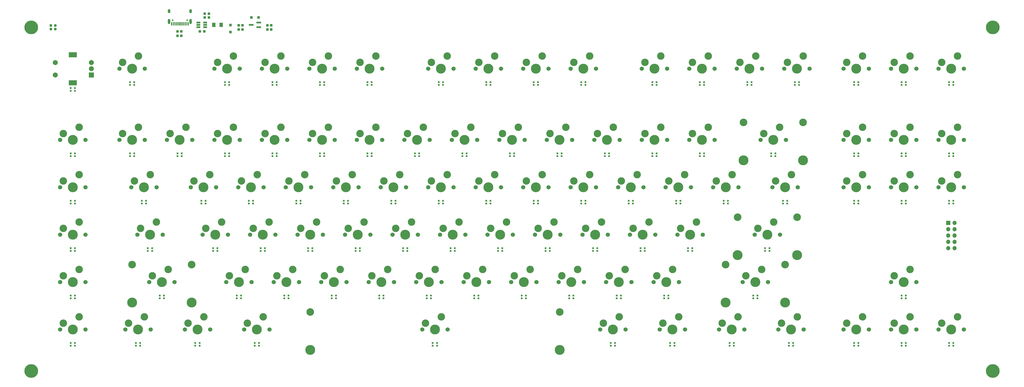
<source format=gbr>
%TF.GenerationSoftware,KiCad,Pcbnew,(6.0.4)*%
%TF.CreationDate,2022-07-07T12:58:29-04:00*%
%TF.ProjectId,Uranium,5572616e-6975-46d2-9e6b-696361645f70,rev?*%
%TF.SameCoordinates,Original*%
%TF.FileFunction,Soldermask,Top*%
%TF.FilePolarity,Negative*%
%FSLAX46Y46*%
G04 Gerber Fmt 4.6, Leading zero omitted, Abs format (unit mm)*
G04 Created by KiCad (PCBNEW (6.0.4)) date 2022-07-07 12:58:29*
%MOMM*%
%LPD*%
G01*
G04 APERTURE LIST*
G04 Aperture macros list*
%AMRoundRect*
0 Rectangle with rounded corners*
0 $1 Rounding radius*
0 $2 $3 $4 $5 $6 $7 $8 $9 X,Y pos of 4 corners*
0 Add a 4 corners polygon primitive as box body*
4,1,4,$2,$3,$4,$5,$6,$7,$8,$9,$2,$3,0*
0 Add four circle primitives for the rounded corners*
1,1,$1+$1,$2,$3*
1,1,$1+$1,$4,$5*
1,1,$1+$1,$6,$7*
1,1,$1+$1,$8,$9*
0 Add four rect primitives between the rounded corners*
20,1,$1+$1,$2,$3,$4,$5,0*
20,1,$1+$1,$4,$5,$6,$7,0*
20,1,$1+$1,$6,$7,$8,$9,0*
20,1,$1+$1,$8,$9,$2,$3,0*%
G04 Aperture macros list end*
%ADD10C,3.000000*%
%ADD11C,1.701800*%
%ADD12C,3.987800*%
%ADD13R,0.800000X0.700000*%
%ADD14C,3.048000*%
%ADD15RoundRect,0.237500X0.237500X-0.287500X0.237500X0.287500X-0.237500X0.287500X-0.237500X-0.287500X0*%
%ADD16RoundRect,0.237500X-0.237500X0.287500X-0.237500X-0.287500X0.237500X-0.287500X0.237500X0.287500X0*%
%ADD17C,3.600000*%
%ADD18C,5.500000*%
%ADD19RoundRect,0.237500X0.287500X0.237500X-0.287500X0.237500X-0.287500X-0.237500X0.287500X-0.237500X0*%
%ADD20R,1.700000X1.700000*%
%ADD21O,1.700000X1.700000*%
%ADD22R,1.100000X1.100000*%
%ADD23R,2.000000X2.000000*%
%ADD24C,2.000000*%
%ADD25R,3.200000X2.000000*%
%ADD26R,1.900000X0.800000*%
%ADD27C,0.650000*%
%ADD28R,0.600000X1.450000*%
%ADD29R,0.300000X1.450000*%
%ADD30O,1.000000X1.600000*%
%ADD31O,1.000000X2.100000*%
%ADD32RoundRect,0.237500X-0.287500X-0.237500X0.287500X-0.237500X0.287500X0.237500X-0.287500X0.237500X0*%
%ADD33R,1.560000X0.650000*%
%ADD34RoundRect,0.250001X0.462499X0.624999X-0.462499X0.624999X-0.462499X-0.624999X0.462499X-0.624999X0*%
G04 APERTURE END LIST*
D10*
%TO.C,K62*%
X469265000Y-209232500D03*
D11*
X471805000Y-214312500D03*
D10*
X462915000Y-211772500D03*
D12*
X466725000Y-214312500D03*
D11*
X461645000Y-214312500D03*
%TD*%
D12*
%TO.C,K83*%
X326231250Y-252412500D03*
D10*
X328771250Y-247332500D03*
X322421250Y-249872500D03*
D11*
X321151250Y-252412500D03*
X331311250Y-252412500D03*
%TD*%
D13*
%TO.C,D155*%
X391375000Y-220815625D03*
X391375000Y-219715625D03*
X389675000Y-220815625D03*
X389675000Y-219715625D03*
%TD*%
D11*
%TO.C,K42*%
X428942500Y-195262500D03*
D10*
X420052500Y-192722500D03*
X426402500Y-190182500D03*
D11*
X418782500Y-195262500D03*
D12*
X423862500Y-195262500D03*
%TD*%
D11*
%TO.C,K81*%
X271145000Y-252412500D03*
D12*
X276225000Y-252412500D03*
D11*
X281305000Y-252412500D03*
D10*
X278765000Y-247332500D03*
X272415000Y-249872500D03*
%TD*%
D13*
%TO.C,D118*%
X358037500Y-182715625D03*
X358037500Y-181615625D03*
X356337500Y-182715625D03*
X356337500Y-181615625D03*
%TD*%
%TO.C,D124*%
X472337500Y-182715625D03*
X472337500Y-181615625D03*
X470637500Y-182715625D03*
X470637500Y-181615625D03*
%TD*%
D12*
%TO.C,K2*%
X338137500Y-147637500D03*
D11*
X333057500Y-147637500D03*
D10*
X340677500Y-142557500D03*
X334327500Y-145097500D03*
D11*
X343217500Y-147637500D03*
%TD*%
D13*
%TO.C,D107*%
X510437500Y-154140625D03*
X510437500Y-153040625D03*
X508737500Y-154140625D03*
X508737500Y-153040625D03*
%TD*%
D11*
%TO.C,K71*%
X386080000Y-233362500D03*
D10*
X383540000Y-228282500D03*
D12*
X381000000Y-233362500D03*
D10*
X377190000Y-230822500D03*
D11*
X375920000Y-233362500D03*
%TD*%
D13*
%TO.C,D134*%
X329462500Y-201765625D03*
X329462500Y-200665625D03*
X327762500Y-201765625D03*
X327762500Y-200665625D03*
%TD*%
D11*
%TO.C,K31*%
X552132500Y-176212500D03*
X562292500Y-176212500D03*
D12*
X545274500Y-184467500D03*
D10*
X553402500Y-173672500D03*
X559752500Y-171132500D03*
D14*
X569150500Y-169227500D03*
X545274500Y-169227500D03*
D12*
X569150500Y-184467500D03*
X557212500Y-176212500D03*
%TD*%
D10*
%TO.C,K3*%
X353377500Y-145097500D03*
D11*
X352107500Y-147637500D03*
D12*
X357187500Y-147637500D03*
D10*
X359727500Y-142557500D03*
D11*
X362267500Y-147637500D03*
%TD*%
D13*
%TO.C,D126*%
X510437500Y-182715625D03*
X510437500Y-181615625D03*
X508737500Y-182715625D03*
X508737500Y-181615625D03*
%TD*%
D11*
%TO.C,K12*%
X542607500Y-147637500D03*
D10*
X543877500Y-145097500D03*
D12*
X547687500Y-147637500D03*
D10*
X550227500Y-142557500D03*
D11*
X552767500Y-147637500D03*
%TD*%
D15*
%TO.C,C8*%
X354303437Y-131875000D03*
X354303437Y-130125000D03*
%TD*%
D13*
%TO.C,D158*%
X448525000Y-220815625D03*
X448525000Y-219715625D03*
X446825000Y-220815625D03*
X446825000Y-219715625D03*
%TD*%
%TO.C,D152*%
X334225000Y-220815625D03*
X334225000Y-219715625D03*
X332525000Y-220815625D03*
X332525000Y-219715625D03*
%TD*%
%TO.C,D167*%
X362800000Y-239865625D03*
X362800000Y-238765625D03*
X361100000Y-239865625D03*
X361100000Y-238765625D03*
%TD*%
D10*
%TO.C,K45*%
X483552500Y-190182500D03*
X477202500Y-192722500D03*
D12*
X481012500Y-195262500D03*
D11*
X475932500Y-195262500D03*
X486092500Y-195262500D03*
%TD*%
D13*
%TO.C,D112*%
X610450000Y-154140625D03*
X610450000Y-153040625D03*
X608750000Y-154140625D03*
X608750000Y-153040625D03*
%TD*%
%TO.C,D184*%
X517581250Y-258915625D03*
X517581250Y-257815625D03*
X515881250Y-258915625D03*
X515881250Y-257815625D03*
%TD*%
D10*
%TO.C,K41*%
X401002500Y-192722500D03*
D11*
X399732500Y-195262500D03*
D12*
X404812500Y-195262500D03*
D10*
X407352500Y-190182500D03*
D11*
X409892500Y-195262500D03*
%TD*%
D13*
%TO.C,D113*%
X629500000Y-154140625D03*
X629500000Y-153040625D03*
X627800000Y-154140625D03*
X627800000Y-153040625D03*
%TD*%
D15*
%TO.C,R10*%
X318250000Y-134375000D03*
X318250000Y-132625000D03*
%TD*%
D12*
%TO.C,K28*%
X490537500Y-176212500D03*
D11*
X485457500Y-176212500D03*
X495617500Y-176212500D03*
D10*
X493077500Y-171132500D03*
X486727500Y-173672500D03*
%TD*%
D12*
%TO.C,K44*%
X461962500Y-195262500D03*
D10*
X464502500Y-190182500D03*
X458152500Y-192722500D03*
D11*
X467042500Y-195262500D03*
X456882500Y-195262500D03*
%TD*%
%TO.C,K4*%
X371157500Y-147637500D03*
D12*
X376237500Y-147637500D03*
D10*
X372427500Y-145097500D03*
D11*
X381317500Y-147637500D03*
D10*
X378777500Y-142557500D03*
%TD*%
D16*
%TO.C,R12*%
X355803437Y-130125000D03*
X355803437Y-131875000D03*
%TD*%
D13*
%TO.C,D122*%
X434237500Y-182715625D03*
X434237500Y-181615625D03*
X432537500Y-182715625D03*
X432537500Y-181615625D03*
%TD*%
D17*
%TO.C,H3*%
X259556250Y-269081250D03*
D18*
X259556250Y-269081250D03*
%TD*%
D11*
%TO.C,K74*%
X433070000Y-233362500D03*
D12*
X438150000Y-233362500D03*
D10*
X440690000Y-228282500D03*
X434340000Y-230822500D03*
D11*
X443230000Y-233362500D03*
%TD*%
D10*
%TO.C,K9*%
X483552500Y-142557500D03*
D11*
X475932500Y-147637500D03*
D12*
X481012500Y-147637500D03*
D11*
X486092500Y-147637500D03*
D10*
X477202500Y-145097500D03*
%TD*%
D13*
%TO.C,D136*%
X367562500Y-201765625D03*
X367562500Y-200665625D03*
X365862500Y-201765625D03*
X365862500Y-200665625D03*
%TD*%
%TO.C,D169*%
X400900000Y-239865625D03*
X400900000Y-238765625D03*
X399200000Y-239865625D03*
X399200000Y-238765625D03*
%TD*%
%TO.C,D130*%
X610450000Y-182715625D03*
X610450000Y-181615625D03*
X608750000Y-182715625D03*
X608750000Y-181615625D03*
%TD*%
D19*
%TO.C,C4*%
X269178125Y-131697500D03*
X267428125Y-131697500D03*
%TD*%
D13*
%TO.C,D174*%
X496150000Y-239865625D03*
X496150000Y-238765625D03*
X494450000Y-239865625D03*
X494450000Y-238765625D03*
%TD*%
%TO.C,D162*%
X524725000Y-220815625D03*
X524725000Y-219715625D03*
X523025000Y-220815625D03*
X523025000Y-219715625D03*
%TD*%
%TO.C,D100*%
X358037500Y-154140625D03*
X358037500Y-153040625D03*
X356337500Y-154140625D03*
X356337500Y-153040625D03*
%TD*%
D17*
%TO.C,H4*%
X645318750Y-269081250D03*
D18*
X645318750Y-269081250D03*
%TD*%
D11*
%TO.C,K90*%
X585470000Y-252412500D03*
D10*
X593090000Y-247332500D03*
D12*
X590550000Y-252412500D03*
D11*
X595630000Y-252412500D03*
D10*
X586740000Y-249872500D03*
%TD*%
D20*
%TO.C,J1*%
X627459375Y-209550000D03*
D21*
X629999375Y-209550000D03*
X627459375Y-212090000D03*
X629999375Y-212090000D03*
X627459375Y-214630000D03*
X629999375Y-214630000D03*
X627459375Y-217170000D03*
X629999375Y-217170000D03*
X627459375Y-219710000D03*
X629999375Y-219710000D03*
%TD*%
D13*
%TO.C,D99*%
X338987500Y-154140625D03*
X338987500Y-153040625D03*
X337287500Y-154140625D03*
X337287500Y-153040625D03*
%TD*%
D11*
%TO.C,K36*%
X299720000Y-195262500D03*
X309880000Y-195262500D03*
D12*
X304800000Y-195262500D03*
D10*
X300990000Y-192722500D03*
X307340000Y-190182500D03*
%TD*%
D13*
%TO.C,D140*%
X443762500Y-201765625D03*
X443762500Y-200665625D03*
X442062500Y-201765625D03*
X442062500Y-200665625D03*
%TD*%
%TO.C,D171*%
X439000000Y-239865625D03*
X439000000Y-238765625D03*
X437300000Y-239865625D03*
X437300000Y-238765625D03*
%TD*%
%TO.C,D138*%
X405662500Y-201765625D03*
X405662500Y-200665625D03*
X403962500Y-201765625D03*
X403962500Y-200665625D03*
%TD*%
D10*
%TO.C,K49*%
X564515000Y-190182500D03*
D11*
X567055000Y-195262500D03*
X556895000Y-195262500D03*
D10*
X558165000Y-192722500D03*
D12*
X561975000Y-195262500D03*
%TD*%
%TO.C,K6*%
X423862500Y-147637500D03*
D10*
X420052500Y-145097500D03*
D11*
X428942500Y-147637500D03*
D10*
X426402500Y-142557500D03*
D11*
X418782500Y-147637500D03*
%TD*%
D22*
%TO.C,D3*%
X339472812Y-132900000D03*
X339472812Y-130100000D03*
%TD*%
D13*
%TO.C,D168*%
X381850000Y-239865625D03*
X381850000Y-238765625D03*
X380150000Y-239865625D03*
X380150000Y-238765625D03*
%TD*%
%TO.C,D183*%
X493768750Y-258915625D03*
X493768750Y-257815625D03*
X492068750Y-258915625D03*
X492068750Y-257815625D03*
%TD*%
D10*
%TO.C,K19*%
X315277500Y-173672500D03*
X321627500Y-171132500D03*
D11*
X324167500Y-176212500D03*
X314007500Y-176212500D03*
D12*
X319087500Y-176212500D03*
%TD*%
%TO.C,K87*%
X516731250Y-252412500D03*
D11*
X521811250Y-252412500D03*
D10*
X512921250Y-249872500D03*
D11*
X511651250Y-252412500D03*
D10*
X519271250Y-247332500D03*
%TD*%
D13*
%TO.C,D157*%
X429475000Y-220815625D03*
X429475000Y-219715625D03*
X427775000Y-220815625D03*
X427775000Y-219715625D03*
%TD*%
D10*
%TO.C,K80*%
X612140000Y-228282500D03*
D11*
X604520000Y-233362500D03*
D10*
X605790000Y-230822500D03*
D12*
X609600000Y-233362500D03*
D11*
X614680000Y-233362500D03*
%TD*%
D10*
%TO.C,K47*%
X515302500Y-192722500D03*
X521652500Y-190182500D03*
D11*
X524192500Y-195262500D03*
X514032500Y-195262500D03*
D12*
X519112500Y-195262500D03*
%TD*%
D10*
%TO.C,K14*%
X593090000Y-142557500D03*
D11*
X595630000Y-147637500D03*
D12*
X590550000Y-147637500D03*
D10*
X586740000Y-145097500D03*
D11*
X585470000Y-147637500D03*
%TD*%
D13*
%TO.C,D170*%
X419950000Y-239865625D03*
X419950000Y-238765625D03*
X418250000Y-239865625D03*
X418250000Y-238765625D03*
%TD*%
D10*
%TO.C,K66*%
X551021250Y-211772500D03*
X557371250Y-209232500D03*
D11*
X559911250Y-214312500D03*
D14*
X542893250Y-207327500D03*
D12*
X566769250Y-222567500D03*
D14*
X566769250Y-207327500D03*
D11*
X549751250Y-214312500D03*
D12*
X542893250Y-222567500D03*
X554831250Y-214312500D03*
%TD*%
D13*
%TO.C,D98*%
X300887500Y-154140625D03*
X300887500Y-153040625D03*
X299187500Y-154140625D03*
X299187500Y-153040625D03*
%TD*%
%TO.C,D137*%
X386612500Y-201765625D03*
X386612500Y-200665625D03*
X384912500Y-201765625D03*
X384912500Y-200665625D03*
%TD*%
%TO.C,D117*%
X338987500Y-182715625D03*
X338987500Y-181615625D03*
X337287500Y-182715625D03*
X337287500Y-181615625D03*
%TD*%
D10*
%TO.C,K91*%
X605790000Y-249872500D03*
D11*
X614680000Y-252412500D03*
D12*
X609600000Y-252412500D03*
D11*
X604520000Y-252412500D03*
D10*
X612140000Y-247332500D03*
%TD*%
D18*
%TO.C,H2*%
X645318750Y-130968750D03*
D17*
X645318750Y-130968750D03*
%TD*%
D13*
%TO.C,D182*%
X422331250Y-258915625D03*
X422331250Y-257815625D03*
X420631250Y-258915625D03*
X420631250Y-257815625D03*
%TD*%
D12*
%TO.C,K56*%
X352425000Y-214312500D03*
D10*
X354965000Y-209232500D03*
D11*
X357505000Y-214312500D03*
X347345000Y-214312500D03*
D10*
X348615000Y-211772500D03*
%TD*%
%TO.C,K78*%
X516890000Y-228282500D03*
X510540000Y-230822500D03*
D11*
X509270000Y-233362500D03*
X519430000Y-233362500D03*
D12*
X514350000Y-233362500D03*
%TD*%
D13*
%TO.C,D166*%
X343750000Y-239865625D03*
X343750000Y-238765625D03*
X342050000Y-239865625D03*
X342050000Y-238765625D03*
%TD*%
%TO.C,D120*%
X396137500Y-182715625D03*
X396137500Y-181615625D03*
X394437500Y-182715625D03*
X394437500Y-181615625D03*
%TD*%
%TO.C,D106*%
X481862500Y-154140625D03*
X481862500Y-153040625D03*
X480162500Y-154140625D03*
X480162500Y-153040625D03*
%TD*%
D10*
%TO.C,K54*%
X309721250Y-209232500D03*
D11*
X312261250Y-214312500D03*
X302101250Y-214312500D03*
D12*
X307181250Y-214312500D03*
D10*
X303371250Y-211772500D03*
%TD*%
D13*
%TO.C,D114*%
X277075000Y-182715625D03*
X277075000Y-181615625D03*
X275375000Y-182715625D03*
X275375000Y-181615625D03*
%TD*%
D11*
%TO.C,K67*%
X281305000Y-233362500D03*
X271145000Y-233362500D03*
D10*
X272415000Y-230822500D03*
D12*
X276225000Y-233362500D03*
D10*
X278765000Y-228282500D03*
%TD*%
D13*
%TO.C,D173*%
X477100000Y-239865625D03*
X477100000Y-238765625D03*
X475400000Y-239865625D03*
X475400000Y-238765625D03*
%TD*%
%TO.C,D145*%
X539012500Y-201765625D03*
X539012500Y-200665625D03*
X537312500Y-201765625D03*
X537312500Y-200665625D03*
%TD*%
D11*
%TO.C,K15*%
X604520000Y-147637500D03*
D10*
X605790000Y-145097500D03*
D11*
X614680000Y-147637500D03*
D10*
X612140000Y-142557500D03*
D12*
X609600000Y-147637500D03*
%TD*%
D13*
%TO.C,D161*%
X505675000Y-220815625D03*
X505675000Y-219715625D03*
X503975000Y-220815625D03*
X503975000Y-219715625D03*
%TD*%
%TO.C,D131*%
X629500000Y-182715625D03*
X629500000Y-181615625D03*
X627800000Y-182715625D03*
X627800000Y-181615625D03*
%TD*%
D17*
%TO.C,H1*%
X259556250Y-130968750D03*
D18*
X259556250Y-130968750D03*
%TD*%
D10*
%TO.C,K38*%
X343852500Y-192722500D03*
X350202500Y-190182500D03*
D11*
X352742500Y-195262500D03*
X342582500Y-195262500D03*
D12*
X347662500Y-195262500D03*
%TD*%
D13*
%TO.C,D165*%
X312793750Y-239865625D03*
X312793750Y-238765625D03*
X311093750Y-239865625D03*
X311093750Y-238765625D03*
%TD*%
%TO.C,D175*%
X515200000Y-239865625D03*
X515200000Y-238765625D03*
X513500000Y-239865625D03*
X513500000Y-238765625D03*
%TD*%
%TO.C,D149*%
X629500000Y-201765625D03*
X629500000Y-200665625D03*
X627800000Y-201765625D03*
X627800000Y-200665625D03*
%TD*%
%TO.C,D148*%
X610450000Y-201765625D03*
X610450000Y-200665625D03*
X608750000Y-201765625D03*
X608750000Y-200665625D03*
%TD*%
%TO.C,D142*%
X481862500Y-201765625D03*
X481862500Y-200665625D03*
X480162500Y-201765625D03*
X480162500Y-200665625D03*
%TD*%
D12*
%TO.C,K69*%
X342900000Y-233362500D03*
D10*
X345440000Y-228282500D03*
D11*
X337820000Y-233362500D03*
X347980000Y-233362500D03*
D10*
X339090000Y-230822500D03*
%TD*%
%TO.C,K51*%
X605790000Y-192722500D03*
X612140000Y-190182500D03*
D11*
X614680000Y-195262500D03*
D12*
X609600000Y-195262500D03*
D11*
X604520000Y-195262500D03*
%TD*%
D13*
%TO.C,D111*%
X591400000Y-154140625D03*
X591400000Y-153040625D03*
X589700000Y-154140625D03*
X589700000Y-153040625D03*
%TD*%
D15*
%TO.C,R9*%
X319750000Y-134375000D03*
X319750000Y-132625000D03*
%TD*%
D13*
%TO.C,D110*%
X567587500Y-154140625D03*
X567587500Y-153040625D03*
X565887500Y-154140625D03*
X565887500Y-153040625D03*
%TD*%
D10*
%TO.C,K29*%
X505777500Y-173672500D03*
D11*
X514667500Y-176212500D03*
X504507500Y-176212500D03*
D10*
X512127500Y-171132500D03*
D12*
X509587500Y-176212500D03*
%TD*%
D13*
%TO.C,D163*%
X555681250Y-220815625D03*
X555681250Y-219715625D03*
X553981250Y-220815625D03*
X553981250Y-219715625D03*
%TD*%
D12*
%TO.C,K23*%
X395287500Y-176212500D03*
D11*
X390207500Y-176212500D03*
D10*
X397827500Y-171132500D03*
D11*
X400367500Y-176212500D03*
D10*
X391477500Y-173672500D03*
%TD*%
D13*
%TO.C,D188*%
X610450000Y-258915625D03*
X610450000Y-257815625D03*
X608750000Y-258915625D03*
X608750000Y-257815625D03*
%TD*%
D10*
%TO.C,K55*%
X335915000Y-209232500D03*
X329565000Y-211772500D03*
D11*
X338455000Y-214312500D03*
X328295000Y-214312500D03*
D12*
X333375000Y-214312500D03*
%TD*%
D10*
%TO.C,K70*%
X364490000Y-228282500D03*
D11*
X367030000Y-233362500D03*
X356870000Y-233362500D03*
D12*
X361950000Y-233362500D03*
D10*
X358140000Y-230822500D03*
%TD*%
D13*
%TO.C,D151*%
X308031250Y-220815625D03*
X308031250Y-219715625D03*
X306331250Y-220815625D03*
X306331250Y-219715625D03*
%TD*%
D10*
%TO.C,K68*%
X314483750Y-228282500D03*
X308133750Y-230822500D03*
D12*
X300005750Y-241617500D03*
X311943750Y-233362500D03*
D11*
X306863750Y-233362500D03*
X317023750Y-233362500D03*
D14*
X300005750Y-226377500D03*
X323881750Y-226377500D03*
D12*
X323881750Y-241617500D03*
%TD*%
%TO.C,K8*%
X461962500Y-147637500D03*
D10*
X464502500Y-142557500D03*
D11*
X467042500Y-147637500D03*
D10*
X458152500Y-145097500D03*
D11*
X456882500Y-147637500D03*
%TD*%
D13*
%TO.C,D144*%
X519962500Y-201765625D03*
X519962500Y-200665625D03*
X518262500Y-201765625D03*
X518262500Y-200665625D03*
%TD*%
%TO.C,D125*%
X491387500Y-182715625D03*
X491387500Y-181615625D03*
X489687500Y-182715625D03*
X489687500Y-181615625D03*
%TD*%
D12*
%TO.C,K58*%
X390525000Y-214312500D03*
D10*
X386715000Y-211772500D03*
D11*
X385445000Y-214312500D03*
X395605000Y-214312500D03*
D10*
X393065000Y-209232500D03*
%TD*%
D23*
%TO.C,SW2*%
X283725000Y-150137500D03*
D24*
X283725000Y-145137500D03*
X283725000Y-147637500D03*
D25*
X276225000Y-142037500D03*
X276225000Y-153237500D03*
D24*
X269225000Y-145137500D03*
X269225000Y-150137500D03*
%TD*%
D13*
%TO.C,D108*%
X529487500Y-154140625D03*
X529487500Y-153040625D03*
X527787500Y-154140625D03*
X527787500Y-153040625D03*
%TD*%
%TO.C,D115*%
X300887500Y-182715625D03*
X300887500Y-181615625D03*
X299187500Y-182715625D03*
X299187500Y-181615625D03*
%TD*%
%TO.C,D189*%
X629500000Y-258915625D03*
X629500000Y-257815625D03*
X627800000Y-258915625D03*
X627800000Y-257815625D03*
%TD*%
D10*
%TO.C,K40*%
X381952500Y-192722500D03*
X388302500Y-190182500D03*
D11*
X380682500Y-195262500D03*
D12*
X385762500Y-195262500D03*
D11*
X390842500Y-195262500D03*
%TD*%
D26*
%TO.C,U4*%
X350803437Y-130950000D03*
X350803437Y-129050000D03*
X347803437Y-130000000D03*
%TD*%
D10*
%TO.C,K20*%
X334327500Y-173672500D03*
D11*
X333057500Y-176212500D03*
D10*
X340677500Y-171132500D03*
D11*
X343217500Y-176212500D03*
D12*
X338137500Y-176212500D03*
%TD*%
D13*
%TO.C,D97*%
X277075000Y-156521875D03*
X277075000Y-155421875D03*
X275375000Y-156521875D03*
X275375000Y-155421875D03*
%TD*%
%TO.C,D172*%
X458050000Y-239865625D03*
X458050000Y-238765625D03*
X456350000Y-239865625D03*
X456350000Y-238765625D03*
%TD*%
D10*
%TO.C,K1*%
X296227500Y-145097500D03*
X302577500Y-142557500D03*
D11*
X305117500Y-147637500D03*
D12*
X300037500Y-147637500D03*
D11*
X294957500Y-147637500D03*
%TD*%
D10*
%TO.C,K59*%
X412115000Y-209232500D03*
D11*
X414655000Y-214312500D03*
D12*
X409575000Y-214312500D03*
D10*
X405765000Y-211772500D03*
D11*
X404495000Y-214312500D03*
%TD*%
D10*
%TO.C,K16*%
X631190000Y-142557500D03*
D11*
X633730000Y-147637500D03*
D12*
X628650000Y-147637500D03*
D11*
X623570000Y-147637500D03*
D10*
X624840000Y-145097500D03*
%TD*%
%TO.C,K21*%
X353377500Y-173672500D03*
D11*
X352107500Y-176212500D03*
D12*
X357187500Y-176212500D03*
D10*
X359727500Y-171132500D03*
D11*
X362267500Y-176212500D03*
%TD*%
D27*
%TO.C,J2*%
X316310000Y-128100000D03*
X322090000Y-128100000D03*
D28*
X322450000Y-129545000D03*
X321650000Y-129545000D03*
D29*
X320450000Y-129545000D03*
X319450000Y-129545000D03*
X318950000Y-129545000D03*
X317950000Y-129545000D03*
D28*
X316750000Y-129545000D03*
X315950000Y-129545000D03*
X315950000Y-129545000D03*
X316750000Y-129545000D03*
D29*
X317450000Y-129545000D03*
X318450000Y-129545000D03*
X319950000Y-129545000D03*
X320950000Y-129545000D03*
D28*
X321650000Y-129545000D03*
X322450000Y-129545000D03*
D30*
X314880000Y-124450000D03*
D31*
X314880000Y-128630000D03*
X323520000Y-128630000D03*
D30*
X323520000Y-124450000D03*
%TD*%
D11*
%TO.C,K25*%
X438467500Y-176212500D03*
D10*
X435927500Y-171132500D03*
D11*
X428307500Y-176212500D03*
D12*
X433387500Y-176212500D03*
D10*
X429577500Y-173672500D03*
%TD*%
D13*
%TO.C,D143*%
X500912500Y-201765625D03*
X500912500Y-200665625D03*
X499212500Y-201765625D03*
X499212500Y-200665625D03*
%TD*%
%TO.C,D186*%
X565206250Y-258915625D03*
X565206250Y-257815625D03*
X563506250Y-258915625D03*
X563506250Y-257815625D03*
%TD*%
D11*
%TO.C,K10*%
X514667500Y-147637500D03*
D12*
X509587500Y-147637500D03*
D10*
X512127500Y-142557500D03*
D11*
X504507500Y-147637500D03*
D10*
X505777500Y-145097500D03*
%TD*%
%TO.C,K61*%
X450215000Y-209232500D03*
D11*
X452755000Y-214312500D03*
X442595000Y-214312500D03*
D10*
X443865000Y-211772500D03*
D12*
X447675000Y-214312500D03*
%TD*%
D11*
%TO.C,K48*%
X543242500Y-195262500D03*
X533082500Y-195262500D03*
D10*
X540702500Y-190182500D03*
D12*
X538162500Y-195262500D03*
D10*
X534352500Y-192722500D03*
%TD*%
D13*
%TO.C,D185*%
X541393750Y-258915625D03*
X541393750Y-257815625D03*
X539693750Y-258915625D03*
X539693750Y-257815625D03*
%TD*%
D10*
%TO.C,K7*%
X439102500Y-145097500D03*
D11*
X437832500Y-147637500D03*
D10*
X445452500Y-142557500D03*
D11*
X447992500Y-147637500D03*
D12*
X442912500Y-147637500D03*
%TD*%
D13*
%TO.C,D159*%
X467575000Y-220815625D03*
X467575000Y-219715625D03*
X465875000Y-220815625D03*
X465875000Y-219715625D03*
%TD*%
%TO.C,D128*%
X558062500Y-182715625D03*
X558062500Y-181615625D03*
X556362500Y-182715625D03*
X556362500Y-181615625D03*
%TD*%
D11*
%TO.C,K50*%
X585470000Y-195262500D03*
D12*
X590550000Y-195262500D03*
D10*
X593090000Y-190182500D03*
X586740000Y-192722500D03*
D11*
X595630000Y-195262500D03*
%TD*%
D15*
%TO.C,C7*%
X342803437Y-131875000D03*
X342803437Y-130125000D03*
%TD*%
D13*
%TO.C,D156*%
X410425000Y-220815625D03*
X410425000Y-219715625D03*
X408725000Y-220815625D03*
X408725000Y-219715625D03*
%TD*%
D10*
%TO.C,K33*%
X612140000Y-171132500D03*
X605790000Y-173672500D03*
D12*
X609600000Y-176212500D03*
D11*
X604520000Y-176212500D03*
X614680000Y-176212500D03*
%TD*%
D12*
%TO.C,K27*%
X471487500Y-176212500D03*
D10*
X474027500Y-171132500D03*
D11*
X476567500Y-176212500D03*
D10*
X467677500Y-173672500D03*
D11*
X466407500Y-176212500D03*
%TD*%
D10*
%TO.C,K77*%
X491490000Y-230822500D03*
X497840000Y-228282500D03*
D12*
X495300000Y-233362500D03*
D11*
X490220000Y-233362500D03*
X500380000Y-233362500D03*
%TD*%
D13*
%TO.C,D133*%
X305650000Y-201765625D03*
X305650000Y-200665625D03*
X303950000Y-201765625D03*
X303950000Y-200665625D03*
%TD*%
%TO.C,D105*%
X462812500Y-154140625D03*
X462812500Y-153040625D03*
X461112500Y-154140625D03*
X461112500Y-153040625D03*
%TD*%
%TO.C,D153*%
X353275000Y-220815625D03*
X353275000Y-219715625D03*
X351575000Y-220815625D03*
X351575000Y-219715625D03*
%TD*%
%TO.C,D109*%
X548537500Y-154140625D03*
X548537500Y-153040625D03*
X546837500Y-154140625D03*
X546837500Y-153040625D03*
%TD*%
D11*
%TO.C,K26*%
X447357500Y-176212500D03*
D10*
X448627500Y-173672500D03*
D12*
X452437500Y-176212500D03*
D11*
X457517500Y-176212500D03*
D10*
X454977500Y-171132500D03*
%TD*%
D13*
%TO.C,D121*%
X415187500Y-182715625D03*
X415187500Y-181615625D03*
X413487500Y-182715625D03*
X413487500Y-181615625D03*
%TD*%
D12*
%TO.C,K84*%
X350043750Y-252412500D03*
D10*
X346233750Y-249872500D03*
D11*
X344963750Y-252412500D03*
D10*
X352583750Y-247332500D03*
D11*
X355123750Y-252412500D03*
%TD*%
D22*
%TO.C,D2*%
X347903437Y-127000000D03*
X350703437Y-127000000D03*
%TD*%
D32*
%TO.C,R13*%
X329125000Y-125500000D03*
X330875000Y-125500000D03*
%TD*%
D13*
%TO.C,D176*%
X550918750Y-239865625D03*
X550918750Y-238765625D03*
X549218750Y-239865625D03*
X549218750Y-238765625D03*
%TD*%
%TO.C,D154*%
X372325000Y-220815625D03*
X372325000Y-219715625D03*
X370625000Y-220815625D03*
X370625000Y-219715625D03*
%TD*%
D10*
%TO.C,K75*%
X453390000Y-230822500D03*
D12*
X457200000Y-233362500D03*
D11*
X462280000Y-233362500D03*
X452120000Y-233362500D03*
D10*
X459740000Y-228282500D03*
%TD*%
%TO.C,K18*%
X296227500Y-173672500D03*
D11*
X294957500Y-176212500D03*
X305117500Y-176212500D03*
D10*
X302577500Y-171132500D03*
D12*
X300037500Y-176212500D03*
%TD*%
%TO.C,K32*%
X590550000Y-176212500D03*
D11*
X595630000Y-176212500D03*
D10*
X586740000Y-173672500D03*
D11*
X585470000Y-176212500D03*
D10*
X593090000Y-171132500D03*
%TD*%
D11*
%TO.C,K52*%
X623570000Y-195262500D03*
X633730000Y-195262500D03*
D10*
X624840000Y-192722500D03*
D12*
X628650000Y-195262500D03*
D10*
X631190000Y-190182500D03*
%TD*%
D13*
%TO.C,D141*%
X462812500Y-201765625D03*
X462812500Y-200665625D03*
X461112500Y-201765625D03*
X461112500Y-200665625D03*
%TD*%
%TO.C,D160*%
X486625000Y-220815625D03*
X486625000Y-219715625D03*
X484925000Y-220815625D03*
X484925000Y-219715625D03*
%TD*%
%TO.C,D123*%
X453287500Y-182715625D03*
X453287500Y-181615625D03*
X451587500Y-182715625D03*
X451587500Y-181615625D03*
%TD*%
D11*
%TO.C,K65*%
X518795000Y-214312500D03*
X528955000Y-214312500D03*
D10*
X526415000Y-209232500D03*
D12*
X523875000Y-214312500D03*
D10*
X520065000Y-211772500D03*
%TD*%
D33*
%TO.C,U3*%
X326650000Y-129050000D03*
X326650000Y-130000000D03*
X326650000Y-130950000D03*
X329350000Y-130950000D03*
X329350000Y-130000000D03*
X329350000Y-129050000D03*
%TD*%
D13*
%TO.C,D103*%
X424712500Y-154140625D03*
X424712500Y-153040625D03*
X423012500Y-154140625D03*
X423012500Y-153040625D03*
%TD*%
D10*
%TO.C,K43*%
X445452500Y-190182500D03*
D11*
X447992500Y-195262500D03*
D12*
X442912500Y-195262500D03*
D11*
X437832500Y-195262500D03*
D10*
X439102500Y-192722500D03*
%TD*%
D13*
%TO.C,D177*%
X610450000Y-239865625D03*
X610450000Y-238765625D03*
X608750000Y-239865625D03*
X608750000Y-238765625D03*
%TD*%
D19*
%TO.C,C3*%
X328975000Y-132600000D03*
X327225000Y-132600000D03*
%TD*%
D11*
%TO.C,K30*%
X523557500Y-176212500D03*
D12*
X528637500Y-176212500D03*
D10*
X531177500Y-171132500D03*
D11*
X533717500Y-176212500D03*
D10*
X524827500Y-173672500D03*
%TD*%
D13*
%TO.C,D132*%
X277075000Y-201765625D03*
X277075000Y-200665625D03*
X275375000Y-201765625D03*
X275375000Y-200665625D03*
%TD*%
%TO.C,D104*%
X443762500Y-154140625D03*
X443762500Y-153040625D03*
X442062500Y-154140625D03*
X442062500Y-153040625D03*
%TD*%
D11*
%TO.C,K73*%
X414020000Y-233362500D03*
D12*
X419100000Y-233362500D03*
D11*
X424180000Y-233362500D03*
D10*
X415290000Y-230822500D03*
X421640000Y-228282500D03*
%TD*%
D34*
%TO.C,F1*%
X335790937Y-130000000D03*
X332815937Y-130000000D03*
%TD*%
D16*
%TO.C,R11*%
X344303437Y-130125000D03*
X344303437Y-131875000D03*
%TD*%
D13*
%TO.C,D102*%
X396137500Y-154140625D03*
X396137500Y-153040625D03*
X394437500Y-154140625D03*
X394437500Y-153040625D03*
%TD*%
D14*
%TO.C,K85*%
X471519250Y-245427500D03*
X371443250Y-245427500D03*
D11*
X416401250Y-252412500D03*
X426561250Y-252412500D03*
D10*
X424021250Y-247332500D03*
D12*
X371443250Y-260667500D03*
D10*
X417671250Y-249872500D03*
D12*
X421481250Y-252412500D03*
X471519250Y-260667500D03*
%TD*%
D13*
%TO.C,D178*%
X277075000Y-258915625D03*
X277075000Y-257815625D03*
X275375000Y-258915625D03*
X275375000Y-257815625D03*
%TD*%
D11*
%TO.C,K63*%
X490855000Y-214312500D03*
D10*
X488315000Y-209232500D03*
X481965000Y-211772500D03*
D11*
X480695000Y-214312500D03*
D12*
X485775000Y-214312500D03*
%TD*%
%TO.C,K11*%
X528637500Y-147637500D03*
D10*
X531177500Y-142557500D03*
X524827500Y-145097500D03*
D11*
X523557500Y-147637500D03*
X533717500Y-147637500D03*
%TD*%
%TO.C,K24*%
X409257500Y-176212500D03*
D12*
X414337500Y-176212500D03*
D10*
X410527500Y-173672500D03*
X416877500Y-171132500D03*
D11*
X419417500Y-176212500D03*
%TD*%
D13*
%TO.C,D179*%
X303268750Y-258915625D03*
X303268750Y-257815625D03*
X301568750Y-258915625D03*
X301568750Y-257815625D03*
%TD*%
D11*
%TO.C,K17*%
X281305000Y-176212500D03*
X271145000Y-176212500D03*
D10*
X272415000Y-173672500D03*
D12*
X276225000Y-176212500D03*
D10*
X278765000Y-171132500D03*
%TD*%
D13*
%TO.C,D139*%
X424712500Y-201765625D03*
X424712500Y-200665625D03*
X423012500Y-201765625D03*
X423012500Y-200665625D03*
%TD*%
D10*
%TO.C,K34*%
X624840000Y-173672500D03*
X631190000Y-171132500D03*
D12*
X628650000Y-176212500D03*
D11*
X623570000Y-176212500D03*
X633730000Y-176212500D03*
%TD*%
D10*
%TO.C,K37*%
X324802500Y-192722500D03*
D11*
X323532500Y-195262500D03*
D12*
X328612500Y-195262500D03*
D10*
X331152500Y-190182500D03*
D11*
X333692500Y-195262500D03*
%TD*%
D13*
%TO.C,D164*%
X277075000Y-239865625D03*
X277075000Y-238765625D03*
X275375000Y-239865625D03*
X275375000Y-238765625D03*
%TD*%
%TO.C,D147*%
X591400000Y-201765625D03*
X591400000Y-200665625D03*
X589700000Y-201765625D03*
X589700000Y-200665625D03*
%TD*%
D19*
%TO.C,C13*%
X330875000Y-127000000D03*
X329125000Y-127000000D03*
%TD*%
D13*
%TO.C,D129*%
X591400000Y-182715625D03*
X591400000Y-181615625D03*
X589700000Y-182715625D03*
X589700000Y-181615625D03*
%TD*%
D12*
%TO.C,K57*%
X371475000Y-214312500D03*
D11*
X366395000Y-214312500D03*
X376555000Y-214312500D03*
D10*
X374015000Y-209232500D03*
X367665000Y-211772500D03*
%TD*%
D11*
%TO.C,K46*%
X505142500Y-195262500D03*
D12*
X500062500Y-195262500D03*
D11*
X494982500Y-195262500D03*
D10*
X496252500Y-192722500D03*
X502602500Y-190182500D03*
%TD*%
D13*
%TO.C,D101*%
X377087500Y-154140625D03*
X377087500Y-153040625D03*
X375387500Y-154140625D03*
X375387500Y-153040625D03*
%TD*%
%TO.C,D119*%
X377087500Y-182715625D03*
X377087500Y-181615625D03*
X375387500Y-182715625D03*
X375387500Y-181615625D03*
%TD*%
%TO.C,D181*%
X350893750Y-258915625D03*
X350893750Y-257815625D03*
X349193750Y-258915625D03*
X349193750Y-257815625D03*
%TD*%
D10*
%TO.C,K39*%
X369252500Y-190182500D03*
X362902500Y-192722500D03*
D12*
X366712500Y-195262500D03*
D11*
X371792500Y-195262500D03*
X361632500Y-195262500D03*
%TD*%
D10*
%TO.C,K64*%
X501015000Y-211772500D03*
D12*
X504825000Y-214312500D03*
D11*
X499745000Y-214312500D03*
X509905000Y-214312500D03*
D10*
X507365000Y-209232500D03*
%TD*%
D12*
%TO.C,K72*%
X400050000Y-233362500D03*
D11*
X394970000Y-233362500D03*
D10*
X402590000Y-228282500D03*
D11*
X405130000Y-233362500D03*
D10*
X396240000Y-230822500D03*
%TD*%
D13*
%TO.C,D150*%
X277075000Y-220815625D03*
X277075000Y-219715625D03*
X275375000Y-220815625D03*
X275375000Y-219715625D03*
%TD*%
D10*
%TO.C,K86*%
X489108750Y-249872500D03*
D11*
X497998750Y-252412500D03*
D10*
X495458750Y-247332500D03*
D12*
X492918750Y-252412500D03*
D11*
X487838750Y-252412500D03*
%TD*%
D10*
%TO.C,K13*%
X562927500Y-145097500D03*
D11*
X571817500Y-147637500D03*
D12*
X566737500Y-147637500D03*
D10*
X569277500Y-142557500D03*
D11*
X561657500Y-147637500D03*
%TD*%
D10*
%TO.C,K53*%
X272415000Y-211772500D03*
X278765000Y-209232500D03*
D11*
X281305000Y-214312500D03*
X271145000Y-214312500D03*
D12*
X276225000Y-214312500D03*
%TD*%
D13*
%TO.C,D116*%
X319937500Y-182715625D03*
X319937500Y-181615625D03*
X318237500Y-182715625D03*
X318237500Y-181615625D03*
%TD*%
D10*
%TO.C,K22*%
X372427500Y-173672500D03*
D12*
X376237500Y-176212500D03*
D11*
X381317500Y-176212500D03*
X371157500Y-176212500D03*
D10*
X378777500Y-171132500D03*
%TD*%
D12*
%TO.C,K79*%
X562006750Y-241617500D03*
X550068750Y-233362500D03*
D11*
X544988750Y-233362500D03*
D14*
X538130750Y-226377500D03*
D12*
X538130750Y-241617500D03*
D11*
X555148750Y-233362500D03*
D10*
X552608750Y-228282500D03*
D14*
X562006750Y-226377500D03*
D10*
X546258750Y-230822500D03*
%TD*%
D11*
%TO.C,K92*%
X633730000Y-252412500D03*
X623570000Y-252412500D03*
D10*
X624840000Y-249872500D03*
D12*
X628650000Y-252412500D03*
D10*
X631190000Y-247332500D03*
%TD*%
D32*
%TO.C,R2*%
X267425000Y-130250000D03*
X269175000Y-130250000D03*
%TD*%
D11*
%TO.C,K35*%
X281305000Y-195262500D03*
D12*
X276225000Y-195262500D03*
D11*
X271145000Y-195262500D03*
D10*
X272415000Y-192722500D03*
X278765000Y-190182500D03*
%TD*%
%TO.C,K88*%
X536733750Y-249872500D03*
X543083750Y-247332500D03*
D12*
X540543750Y-252412500D03*
D11*
X545623750Y-252412500D03*
X535463750Y-252412500D03*
%TD*%
D13*
%TO.C,D187*%
X591400000Y-258915625D03*
X591400000Y-257815625D03*
X589700000Y-258915625D03*
X589700000Y-257815625D03*
%TD*%
%TO.C,D146*%
X562825000Y-201765625D03*
X562825000Y-200665625D03*
X561125000Y-201765625D03*
X561125000Y-200665625D03*
%TD*%
D12*
%TO.C,K5*%
X395287500Y-147637500D03*
D11*
X390207500Y-147637500D03*
D10*
X397827500Y-142557500D03*
X391477500Y-145097500D03*
D11*
X400367500Y-147637500D03*
%TD*%
%TO.C,K82*%
X297338750Y-252412500D03*
D10*
X304958750Y-247332500D03*
X298608750Y-249872500D03*
D12*
X302418750Y-252412500D03*
D11*
X307498750Y-252412500D03*
%TD*%
D13*
%TO.C,D180*%
X327081250Y-258915625D03*
X327081250Y-257815625D03*
X325381250Y-258915625D03*
X325381250Y-257815625D03*
%TD*%
%TO.C,D135*%
X348512500Y-201765625D03*
X348512500Y-200665625D03*
X346812500Y-201765625D03*
X346812500Y-200665625D03*
%TD*%
D11*
%TO.C,K89*%
X569436250Y-252412500D03*
D10*
X560546250Y-249872500D03*
D11*
X559276250Y-252412500D03*
D12*
X564356250Y-252412500D03*
D10*
X566896250Y-247332500D03*
%TD*%
D12*
%TO.C,K60*%
X428625000Y-214312500D03*
D11*
X433705000Y-214312500D03*
X423545000Y-214312500D03*
D10*
X424815000Y-211772500D03*
X431165000Y-209232500D03*
%TD*%
D13*
%TO.C,D127*%
X529487500Y-182715625D03*
X529487500Y-181615625D03*
X527787500Y-182715625D03*
X527787500Y-181615625D03*
%TD*%
D12*
%TO.C,K76*%
X476250000Y-233362500D03*
D10*
X472440000Y-230822500D03*
D11*
X471170000Y-233362500D03*
X481330000Y-233362500D03*
D10*
X478790000Y-228282500D03*
%TD*%
M02*

</source>
